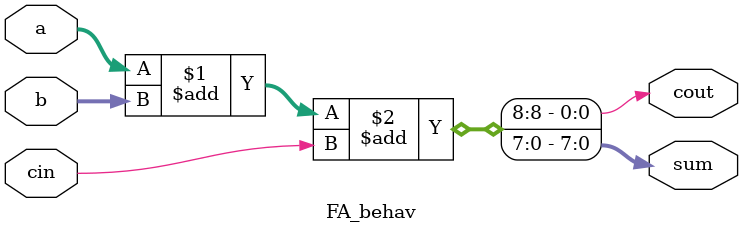
<source format=sv>



`timescale 1ns/1ps

module FA_behav(
    input [7:0] a,
    input [7:0] b,
    input cin,
    output [7:0] sum,
    output cout
    );

assign {cout, sum} = a + b + cin;

endmodule


</source>
